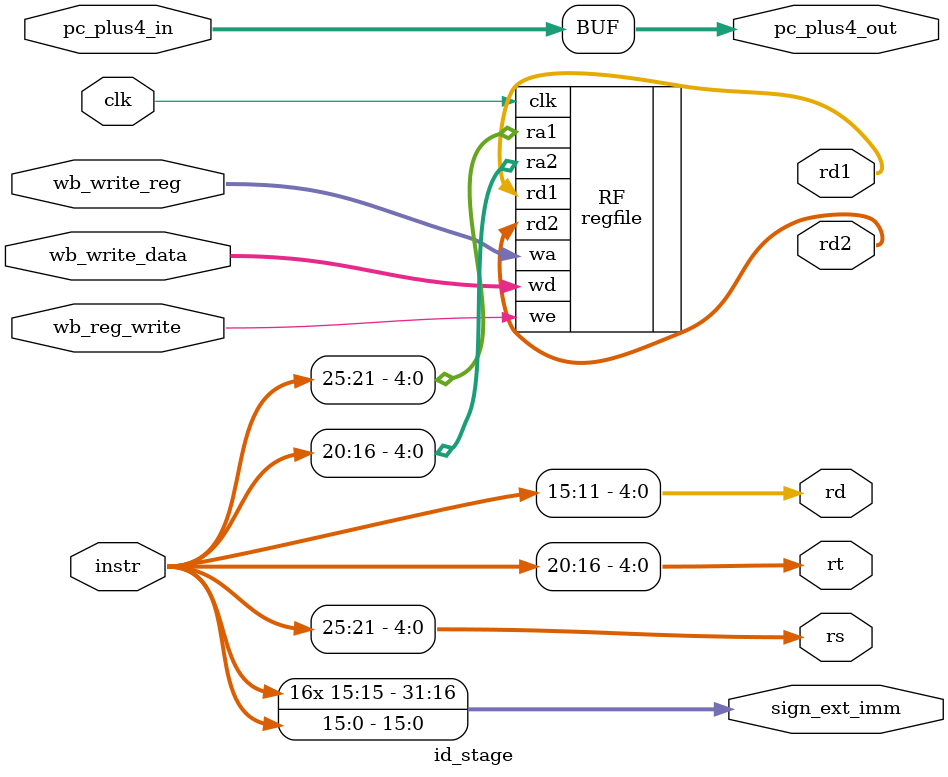
<source format=v>
`timescale 1ns/1ps

module id_stage (
    input  wire        clk,
    input  wire [31:0] instr,
    input  wire [31:0] pc_plus4_in,
    // write-back interface
    input  wire        wb_reg_write,
    input  wire [4:0]  wb_write_reg,
    input  wire [31:0] wb_write_data,
    // outputs
    output wire [31:0] rd1,
    output wire [31:0] rd2,
    output wire [31:0] sign_ext_imm,
    output wire [4:0]  rs,
    output wire [4:0]  rt,
    output wire [4:0]  rd,
    output wire [31:0] pc_plus4_out
);

    assign rs = instr[25:21];
    assign rt = instr[20:16];
    assign rd = instr[15:11];

    // sign extension of 16-bit immediate
    assign sign_ext_imm = {{16{instr[15]}}, instr[15:0]};

    assign pc_plus4_out = pc_plus4_in;

    // register file
    regfile RF (
        .clk (clk),
        .we  (wb_reg_write),
        .ra1 (rs),
        .ra2 (rt),
        .wa  (wb_write_reg),
        .wd  (wb_write_data),
        .rd1 (rd1),
        .rd2 (rd2)
    );

endmodule

</source>
